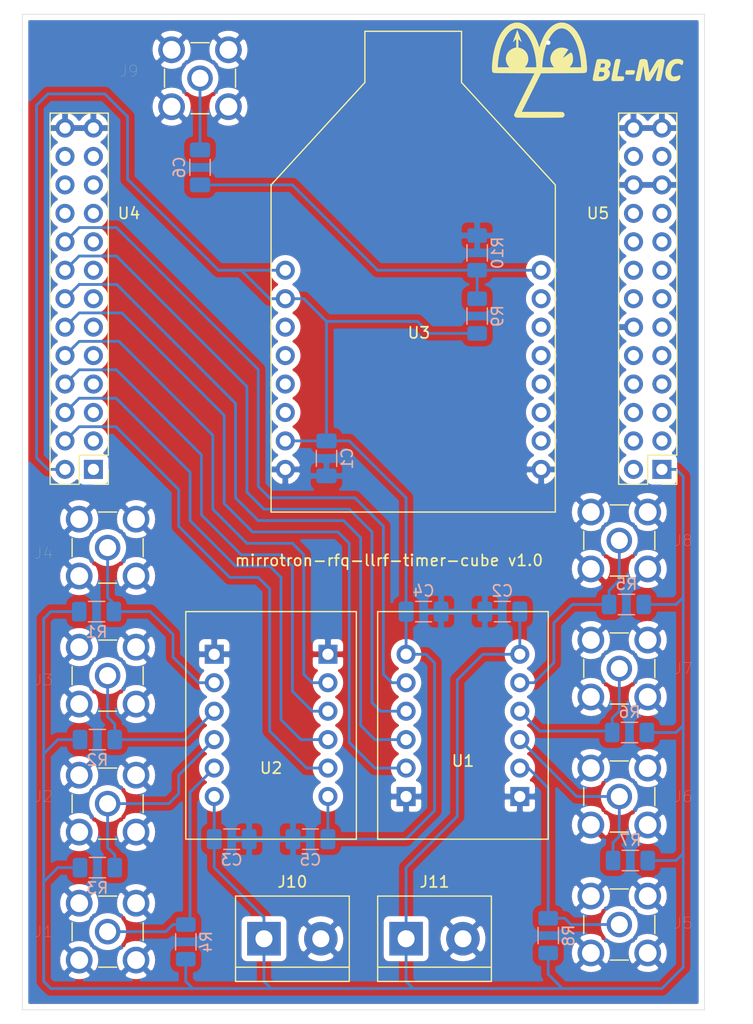
<source format=kicad_pcb>
(kicad_pcb (version 20171130) (host pcbnew 5.1.12-84ad8e8a86~92~ubuntu20.04.1)
  (layers (0 F.Cu signal) (31 B.Cu signal) (34 B.Paste user) (35 F.Paste user) (36 B.SilkS user) (37 F.SilkS user) (38 B.Mask user) (39 F.Mask user) (44 Edge.Cuts user))
  (net 0 "")
  (net 1 +3V3)
  (net 2 GND)
  (net 3 +5V)
  (net 4 "Net-(C6-Pad2)")
  (net 5 "Net-(C6-Pad1)")
  (net 6 "Net-(J1-Pad1)")
  (net 7 "Net-(J2-Pad1)")
  (net 8 "Net-(J3-Pad1)")
  (net 9 "Net-(J4-Pad1)")
  (net 10 "Net-(J5-Pad1)")
  (net 11 "Net-(J6-Pad1)")
  (net 12 "Net-(J7-Pad1)")
  (net 13 "Net-(J8-Pad1)")
  (net 14 "Net-(U1-Pad5)")
  (net 15 "Net-(U1-Pad4)")
  (net 16 "Net-(U1-Pad3)")
  (net 17 "Net-(U1-Pad2)")
  (net 18 "Net-(U2-Pad5)")
  (net 19 "Net-(U2-Pad4)")
  (net 20 "Net-(U2-Pad3)")
  (net 21 "Net-(U2-Pad2)")
  (net 22 "Net-(U3-Pad13)")
  (net 23 "Net-(U3-Pad14)")
  (net 24 "Net-(U3-Pad12)")
  (net 25 "Net-(U3-Pad11)")
  (net 26 "Net-(U3-Pad5)")
  (net 27 "Net-(U3-Pad7)")
  (net 28 "Net-(U3-Pad6)")
  (net 29 "Net-(U3-Pad4)")
  (net 30 "Net-(U3-Pad2)")
  (net 31 "Net-(U3-Pad3)")
  (net 32 "Net-(U4-Pad1)")
  (net 33 "Net-(U4-Pad3)")
  (net 34 "Net-(U4-Pad5)")
  (net 35 "Net-(U4-Pad7)")
  (net 36 "Net-(U4-Pad9)")
  (net 37 "Net-(U4-Pad11)")
  (net 38 "Net-(U4-Pad13)")
  (net 39 "Net-(U4-Pad15)")
  (net 40 "Net-(U4-Pad17)")
  (net 41 "Net-(U4-Pad19)")
  (net 42 "Net-(U4-Pad20)")
  (net 43 "Net-(U4-Pad21)")
  (net 44 "Net-(U4-Pad22)")
  (net 45 "Net-(U4-Pad23)")
  (net 46 "Net-(U4-Pad24)")
  (net 47 "Net-(U5-Pad2)")
  (net 48 "Net-(U5-Pad3)")
  (net 49 "Net-(U5-Pad4)")
  (net 50 "Net-(U5-Pad5)")
  (net 51 "Net-(U5-Pad6)")
  (net 52 "Net-(U5-Pad7)")
  (net 53 "Net-(U5-Pad8)")
  (net 54 "Net-(U5-Pad9)")
  (net 55 "Net-(U5-Pad10)")
  (net 56 "Net-(U5-Pad11)")
  (net 57 "Net-(U5-Pad13)")
  (net 58 "Net-(U5-Pad14)")
  (net 59 "Net-(U5-Pad15)")
  (net 60 "Net-(U5-Pad16)")
  (net 61 "Net-(U5-Pad17)")
  (net 62 "Net-(U5-Pad18)")
  (net 63 "Net-(U5-Pad19)")
  (net 64 "Net-(U5-Pad20)")
  (net 65 "Net-(U5-Pad23)")
  (net 66 "Net-(U5-Pad24)")
  (module dmcginnis427Footprints:blmcLogo (layer F.Cu) (at 196.596 38.1)
    (fp_text reference G*** hide)
    (fp_text value LOGO hide)
  )
  (module pll-click:pll-click (layer F.Cu) (at 192.405 73.66)
    (fp_text reference U3 (at -10.922 -12.192) (layer F.SilkS))
    (fp_text value pll-click)
    (pad 13 thru_hole oval (at -22.86 -7.62) (size 1.7 1.7) (drill 1) (layers *.Cu *.Mask) (net 22 "Net-(U3-Pad13)"))
    (pad 15 thru_hole oval (at -22.86 -2.54) (size 1.7 1.7) (drill 1) (layers *.Cu *.Mask) (net 1 +3V3))
    (pad 14 thru_hole oval (at -22.86 -5.08) (size 1.7 1.7) (drill 1) (layers *.Cu *.Mask) (net 23 "Net-(U3-Pad14)"))
    (pad 12 thru_hole oval (at -22.86 -10.16) (size 1.7 1.7) (drill 1) (layers *.Cu *.Mask) (net 24 "Net-(U3-Pad12)"))
    (pad 16 thru_hole oval (at -22.86 0) (size 1.7 1.7) (drill 1) (layers *.Cu *.Mask) (net 2 GND))
    (pad 9 thru_hole oval (at -22.86 -17.78) (size 1.7 1.7) (drill 1) (layers *.Cu *.Mask) (net 1 +3V3))
    (pad 10 thru_hole oval (at -22.86 -15.24) (size 1.7 1.7) (drill 1) (layers *.Cu *.Mask) (net 1 +3V3))
    (pad 11 thru_hole oval (at -22.86 -12.7) (size 1.7 1.7) (drill 1) (layers *.Cu *.Mask) (net 25 "Net-(U3-Pad11)"))
    (pad 5 thru_hole oval (at 0 -10.16 180) (size 1.7 1.7) (drill 1) (layers *.Cu *.Mask) (net 26 "Net-(U3-Pad5)"))
    (pad 7 thru_hole oval (at 0 -15.24 180) (size 1.7 1.7) (drill 1) (layers *.Cu *.Mask) (net 27 "Net-(U3-Pad7)"))
    (pad 6 thru_hole oval (at 0 -12.7 180) (size 1.7 1.7) (drill 1) (layers *.Cu *.Mask) (net 28 "Net-(U3-Pad6)"))
    (pad 4 thru_hole oval (at 0 -7.62 180) (size 1.7 1.7) (drill 1) (layers *.Cu *.Mask) (net 29 "Net-(U3-Pad4)"))
    (pad 8 thru_hole oval (at 0 -17.78 180) (size 1.7 1.7) (drill 1) (layers *.Cu *.Mask) (net 4 "Net-(C6-Pad2)"))
    (pad 1 thru_hole oval (at 0 0 180) (size 1.7 1.7) (drill 1) (layers *.Cu *.Mask) (net 2 GND))
    (pad 2 thru_hole oval (at 0 -2.54 180) (size 1.7 1.7) (drill 1) (layers *.Cu *.Mask) (net 30 "Net-(U3-Pad2)"))
    (pad 3 thru_hole oval (at 0 -5.08 180) (size 1.7 1.7) (drill 1) (layers *.Cu *.Mask) (net 31 "Net-(U3-Pad3)"))
  )
  (module Resistor_SMD:R_1206_3216Metric_Pad1.30x1.75mm_HandSolder (layer B.Cu) (at 186.69 59.97 90)
    (fp_text reference R9 (at 0 1.82 90) (layer B.SilkS) (effects (justify mirror)))
    (fp_text value 100)
    (pad 2 smd roundrect (at 1.55 0 90) (size 1.3 1.75) (layers B.Cu B.Paste B.Mask) (roundrect_rratio 0.192308) (net 4 "Net-(C6-Pad2)"))
    (pad 1 smd roundrect (at -1.55 0 90) (size 1.3 1.75) (layers B.Cu B.Paste B.Mask) (roundrect_rratio 0.192308) (net 1 +3V3))
  )
  (module Resistor_SMD:R_1206_3216Metric_Pad1.30x1.75mm_HandSolder (layer B.Cu) (at 152.755 97.79)
    (fp_text reference R2 (at 0 1.82) (layer B.SilkS) (effects (justify mirror)))
    (fp_text value 1k)
    (pad 2 smd roundrect (at 1.55 0) (size 1.3 1.75) (layers B.Cu B.Paste B.Mask) (roundrect_rratio 0.192308) (net 8 "Net-(J3-Pad1)"))
    (pad 1 smd roundrect (at -1.55 0) (size 1.3 1.75) (layers B.Cu B.Paste B.Mask) (roundrect_rratio 0.192308) (net 3 +5V))
  )
  (module redPitaya:red-pitaya-extender (layer F.Cu) (at 203.2 73.66 180)
    (fp_text reference U5 (at 5.715 22.86) (layer F.SilkS))
    (fp_text value stem-125-14-E2)
    (pad 1 thru_hole rect (at 0 0 180) (size 1.7 1.7) (drill 1) (layers *.Cu *.Mask) (net 3 +5V))
    (pad 2 thru_hole oval (at 2.54 0 180) (size 1.7 1.7) (drill 1) (layers *.Cu *.Mask) (net 47 "Net-(U5-Pad2)"))
    (pad 3 thru_hole oval (at 0 2.54 180) (size 1.7 1.7) (drill 1) (layers *.Cu *.Mask) (net 48 "Net-(U5-Pad3)"))
    (pad 4 thru_hole oval (at 2.54 2.54 180) (size 1.7 1.7) (drill 1) (layers *.Cu *.Mask) (net 49 "Net-(U5-Pad4)"))
    (pad 5 thru_hole oval (at 0 5.08 180) (size 1.7 1.7) (drill 1) (layers *.Cu *.Mask) (net 50 "Net-(U5-Pad5)"))
    (pad 6 thru_hole oval (at 2.54 5.08 180) (size 1.7 1.7) (drill 1) (layers *.Cu *.Mask) (net 51 "Net-(U5-Pad6)"))
    (pad 7 thru_hole oval (at 0 7.62 180) (size 1.7 1.7) (drill 1) (layers *.Cu *.Mask) (net 52 "Net-(U5-Pad7)"))
    (pad 8 thru_hole oval (at 2.54 7.62 180) (size 1.7 1.7) (drill 1) (layers *.Cu *.Mask) (net 53 "Net-(U5-Pad8)"))
    (pad 9 thru_hole oval (at 0 10.16 180) (size 1.7 1.7) (drill 1) (layers *.Cu *.Mask) (net 54 "Net-(U5-Pad9)"))
    (pad 10 thru_hole oval (at 2.54 10.16 180) (size 1.7 1.7) (drill 1) (layers *.Cu *.Mask) (net 55 "Net-(U5-Pad10)"))
    (pad 11 thru_hole oval (at 0 12.7 180) (size 1.7 1.7) (drill 1) (layers *.Cu *.Mask) (net 56 "Net-(U5-Pad11)"))
    (pad 12 thru_hole oval (at 2.54 12.7 180) (size 1.7 1.7) (drill 1) (layers *.Cu *.Mask) (net 2 GND))
    (pad 13 thru_hole oval (at 0 15.24 180) (size 1.7 1.7) (drill 1) (layers *.Cu *.Mask) (net 57 "Net-(U5-Pad13)"))
    (pad 14 thru_hole oval (at 2.54 15.24 180) (size 1.7 1.7) (drill 1) (layers *.Cu *.Mask) (net 58 "Net-(U5-Pad14)"))
    (pad 15 thru_hole oval (at 0 17.78 180) (size 1.7 1.7) (drill 1) (layers *.Cu *.Mask) (net 59 "Net-(U5-Pad15)"))
    (pad 16 thru_hole oval (at 2.54 17.78 180) (size 1.7 1.7) (drill 1) (layers *.Cu *.Mask) (net 60 "Net-(U5-Pad16)"))
    (pad 17 thru_hole oval (at 0 20.32 180) (size 1.7 1.7) (drill 1) (layers *.Cu *.Mask) (net 61 "Net-(U5-Pad17)"))
    (pad 18 thru_hole oval (at 2.54 20.32 180) (size 1.7 1.7) (drill 1) (layers *.Cu *.Mask) (net 62 "Net-(U5-Pad18)"))
    (pad 19 thru_hole oval (at 0 22.86 180) (size 1.7 1.7) (drill 1) (layers *.Cu *.Mask) (net 63 "Net-(U5-Pad19)"))
    (pad 20 thru_hole oval (at 2.54 22.86 180) (size 1.7 1.7) (drill 1) (layers *.Cu *.Mask) (net 64 "Net-(U5-Pad20)"))
    (pad 21 thru_hole oval (at 0 25.4 180) (size 1.7 1.7) (drill 1) (layers *.Cu *.Mask) (net 2 GND))
    (pad 22 thru_hole oval (at 2.54 25.4 180) (size 1.7 1.7) (drill 1) (layers *.Cu *.Mask) (net 2 GND))
    (pad 23 thru_hole oval (at 0 27.94 180) (size 1.7 1.7) (drill 1) (layers *.Cu *.Mask) (net 65 "Net-(U5-Pad23)"))
    (pad 24 thru_hole oval (at 2.54 27.94 180) (size 1.7 1.7) (drill 1) (layers *.Cu *.Mask) (net 66 "Net-(U5-Pad24)"))
    (pad 25 thru_hole oval (at 0 30.48 180) (size 1.7 1.7) (drill 1) (layers *.Cu *.Mask) (net 2 GND))
    (pad 26 thru_hole oval (at 2.54 30.48 180) (size 1.7 1.7) (drill 1) (layers *.Cu *.Mask) (net 2 GND))
  )
  (module redPitaya:red-pitaya-extender (layer F.Cu) (at 152.4 73.66 180)
    (fp_text reference U4 (at -3.175 22.86) (layer F.SilkS))
    (fp_text value stem-125-14-E1)
    (pad 1 thru_hole rect (at 0 0 180) (size 1.7 1.7) (drill 1) (layers *.Cu *.Mask) (net 32 "Net-(U4-Pad1)"))
    (pad 2 thru_hole oval (at 2.54 0 180) (size 1.7 1.7) (drill 1) (layers *.Cu *.Mask) (net 1 +3V3))
    (pad 3 thru_hole oval (at 0 2.54 180) (size 1.7 1.7) (drill 1) (layers *.Cu *.Mask) (net 33 "Net-(U4-Pad3)"))
    (pad 4 thru_hole oval (at 2.54 2.54 180) (size 1.7 1.7) (drill 1) (layers *.Cu *.Mask) (net 21 "Net-(U2-Pad2)"))
    (pad 5 thru_hole oval (at 0 5.08 180) (size 1.7 1.7) (drill 1) (layers *.Cu *.Mask) (net 34 "Net-(U4-Pad5)"))
    (pad 6 thru_hole oval (at 2.54 5.08 180) (size 1.7 1.7) (drill 1) (layers *.Cu *.Mask) (net 20 "Net-(U2-Pad3)"))
    (pad 7 thru_hole oval (at 0 7.62 180) (size 1.7 1.7) (drill 1) (layers *.Cu *.Mask) (net 35 "Net-(U4-Pad7)"))
    (pad 8 thru_hole oval (at 2.54 7.62 180) (size 1.7 1.7) (drill 1) (layers *.Cu *.Mask) (net 19 "Net-(U2-Pad4)"))
    (pad 9 thru_hole oval (at 0 10.16 180) (size 1.7 1.7) (drill 1) (layers *.Cu *.Mask) (net 36 "Net-(U4-Pad9)"))
    (pad 10 thru_hole oval (at 2.54 10.16 180) (size 1.7 1.7) (drill 1) (layers *.Cu *.Mask) (net 18 "Net-(U2-Pad5)"))
    (pad 11 thru_hole oval (at 0 12.7 180) (size 1.7 1.7) (drill 1) (layers *.Cu *.Mask) (net 37 "Net-(U4-Pad11)"))
    (pad 12 thru_hole oval (at 2.54 12.7 180) (size 1.7 1.7) (drill 1) (layers *.Cu *.Mask) (net 14 "Net-(U1-Pad5)"))
    (pad 13 thru_hole oval (at 0 15.24 180) (size 1.7 1.7) (drill 1) (layers *.Cu *.Mask) (net 38 "Net-(U4-Pad13)"))
    (pad 14 thru_hole oval (at 2.54 15.24 180) (size 1.7 1.7) (drill 1) (layers *.Cu *.Mask) (net 15 "Net-(U1-Pad4)"))
    (pad 15 thru_hole oval (at 0 17.78 180) (size 1.7 1.7) (drill 1) (layers *.Cu *.Mask) (net 39 "Net-(U4-Pad15)"))
    (pad 16 thru_hole oval (at 2.54 17.78 180) (size 1.7 1.7) (drill 1) (layers *.Cu *.Mask) (net 16 "Net-(U1-Pad3)"))
    (pad 17 thru_hole oval (at 0 20.32 180) (size 1.7 1.7) (drill 1) (layers *.Cu *.Mask) (net 40 "Net-(U4-Pad17)"))
    (pad 18 thru_hole oval (at 2.54 20.32 180) (size 1.7 1.7) (drill 1) (layers *.Cu *.Mask) (net 17 "Net-(U1-Pad2)"))
    (pad 19 thru_hole oval (at 0 22.86 180) (size 1.7 1.7) (drill 1) (layers *.Cu *.Mask) (net 41 "Net-(U4-Pad19)"))
    (pad 20 thru_hole oval (at 2.54 22.86 180) (size 1.7 1.7) (drill 1) (layers *.Cu *.Mask) (net 42 "Net-(U4-Pad20)"))
    (pad 21 thru_hole oval (at 0 25.4 180) (size 1.7 1.7) (drill 1) (layers *.Cu *.Mask) (net 43 "Net-(U4-Pad21)"))
    (pad 22 thru_hole oval (at 2.54 25.4 180) (size 1.7 1.7) (drill 1) (layers *.Cu *.Mask) (net 44 "Net-(U4-Pad22)"))
    (pad 23 thru_hole oval (at 0 27.94 180) (size 1.7 1.7) (drill 1) (layers *.Cu *.Mask) (net 45 "Net-(U4-Pad23)"))
    (pad 24 thru_hole oval (at 2.54 27.94 180) (size 1.7 1.7) (drill 1) (layers *.Cu *.Mask) (net 46 "Net-(U4-Pad24)"))
    (pad 25 thru_hole oval (at 0 30.48 180) (size 1.7 1.7) (drill 1) (layers *.Cu *.Mask) (net 2 GND))
    (pad 26 thru_hole oval (at 2.54 30.48 180) (size 1.7 1.7) (drill 1) (layers *.Cu *.Mask) (net 2 GND))
  )
  (module EK-level-shifter:EK-level-shifter (layer F.Cu) (at 173.355 102.87 180)
    (fp_text reference U2 (at 5.08 2.54) (layer F.SilkS))
    (fp_text value EK-level-shifter)
    (pad 5 thru_hole oval (at 0 10.16) (size 1.7 1.7) (drill 1) (layers *.Cu *.Mask) (net 18 "Net-(U2-Pad5)"))
    (pad 4 thru_hole oval (at 0 7.62) (size 1.7 1.7) (drill 1) (layers *.Cu *.Mask) (net 19 "Net-(U2-Pad4)"))
    (pad 6 thru_hole rect (at 0 12.7) (size 1.7 1.7) (drill 1) (layers *.Cu *.Mask) (net 2 GND))
    (pad 3 thru_hole oval (at 0 5.08) (size 1.7 1.7) (drill 1) (layers *.Cu *.Mask) (net 20 "Net-(U2-Pad3)"))
    (pad 2 thru_hole oval (at 0 2.54) (size 1.7 1.7) (drill 1) (layers *.Cu *.Mask) (net 21 "Net-(U2-Pad2)"))
    (pad 1 thru_hole oval (at 0 0) (size 1.7 1.7) (drill 1) (layers *.Cu *.Mask) (net 1 +3V3))
    (pad 10 thru_hole oval (at 10.16 5.08) (size 1.7 1.7) (drill 1) (layers *.Cu *.Mask) (net 7 "Net-(J2-Pad1)"))
    (pad 9 thru_hole oval (at 10.16 7.62) (size 1.7 1.7) (drill 1) (layers *.Cu *.Mask) (net 8 "Net-(J3-Pad1)"))
    (pad 11 thru_hole oval (at 10.16 2.54) (size 1.7 1.7) (drill 1) (layers *.Cu *.Mask) (net 6 "Net-(J1-Pad1)"))
    (pad 12 thru_hole oval (at 10.16 0) (size 1.7 1.7) (drill 1) (layers *.Cu *.Mask) (net 3 +5V))
    (pad 7 thru_hole rect (at 10.16 12.7) (size 1.7 1.7) (drill 1) (layers *.Cu *.Mask) (net 2 GND))
    (pad 8 thru_hole oval (at 10.16 10.16) (size 1.7 1.7) (drill 1) (layers *.Cu *.Mask) (net 9 "Net-(J4-Pad1)"))
  )
  (module EK-level-shifter:EK-level-shifter (layer F.Cu) (at 180.34 90.17)
    (fp_text reference U1 (at 5.08 9.525) (layer F.SilkS))
    (fp_text value EK-level-shifter)
    (pad 5 thru_hole oval (at 0 10.16 180) (size 1.7 1.7) (drill 1) (layers *.Cu *.Mask) (net 14 "Net-(U1-Pad5)"))
    (pad 4 thru_hole oval (at 0 7.62 180) (size 1.7 1.7) (drill 1) (layers *.Cu *.Mask) (net 15 "Net-(U1-Pad4)"))
    (pad 6 thru_hole rect (at 0 12.7 180) (size 1.7 1.7) (drill 1) (layers *.Cu *.Mask) (net 2 GND))
    (pad 3 thru_hole oval (at 0 5.08 180) (size 1.7 1.7) (drill 1) (layers *.Cu *.Mask) (net 16 "Net-(U1-Pad3)"))
    (pad 2 thru_hole oval (at 0 2.54 180) (size 1.7 1.7) (drill 1) (layers *.Cu *.Mask) (net 17 "Net-(U1-Pad2)"))
    (pad 1 thru_hole oval (at 0 0 180) (size 1.7 1.7) (drill 1) (layers *.Cu *.Mask) (net 1 +3V3))
    (pad 10 thru_hole oval (at 10.16 5.08 180) (size 1.7 1.7) (drill 1) (layers *.Cu *.Mask) (net 12 "Net-(J7-Pad1)"))
    (pad 9 thru_hole oval (at 10.16 7.62 180) (size 1.7 1.7) (drill 1) (layers *.Cu *.Mask) (net 11 "Net-(J6-Pad1)"))
    (pad 11 thru_hole oval (at 10.16 2.54 180) (size 1.7 1.7) (drill 1) (layers *.Cu *.Mask) (net 13 "Net-(J8-Pad1)"))
    (pad 12 thru_hole oval (at 10.16 0 180) (size 1.7 1.7) (drill 1) (layers *.Cu *.Mask) (net 3 +5V))
    (pad 7 thru_hole rect (at 10.16 12.7 180) (size 1.7 1.7) (drill 1) (layers *.Cu *.Mask) (net 2 GND))
    (pad 8 thru_hole oval (at 10.16 10.16 180) (size 1.7 1.7) (drill 1) (layers *.Cu *.Mask) (net 10 "Net-(J5-Pad1)"))
  )
  (module Resistor_SMD:R_1206_3216Metric_Pad1.30x1.75mm_HandSolder (layer B.Cu) (at 186.69 54.33 90)
    (fp_text reference R10 (at 0 1.82 90) (layer B.SilkS) (effects (justify mirror)))
    (fp_text value 100)
    (pad 2 smd roundrect (at 1.55 0 90) (size 1.3 1.75) (layers B.Cu B.Paste B.Mask) (roundrect_rratio 0.192308) (net 2 GND))
    (pad 1 smd roundrect (at -1.55 0 90) (size 1.3 1.75) (layers B.Cu B.Paste B.Mask) (roundrect_rratio 0.192308) (net 4 "Net-(C6-Pad2)"))
  )
  (module Resistor_SMD:R_1206_3216Metric_Pad1.30x1.75mm_HandSolder (layer B.Cu) (at 193.04 115.29 90)
    (fp_text reference R8 (at 0 1.82 90) (layer B.SilkS) (effects (justify mirror)))
    (fp_text value 1k)
    (pad 2 smd roundrect (at 1.55 0 90) (size 1.3 1.75) (layers B.Cu B.Paste B.Mask) (roundrect_rratio 0.192308) (net 10 "Net-(J5-Pad1)"))
    (pad 1 smd roundrect (at -1.55 0 90) (size 1.3 1.75) (layers B.Cu B.Paste B.Mask) (roundrect_rratio 0.192308) (net 3 +5V))
  )
  (module Resistor_SMD:R_1206_3216Metric_Pad1.30x1.75mm_HandSolder (layer B.Cu) (at 200.38 108.585 180)
    (fp_text reference R7 (at 0 1.82) (layer B.SilkS) (effects (justify mirror)))
    (fp_text value 1k)
    (pad 2 smd roundrect (at 1.55 0 180) (size 1.3 1.75) (layers B.Cu B.Paste B.Mask) (roundrect_rratio 0.192308) (net 11 "Net-(J6-Pad1)"))
    (pad 1 smd roundrect (at -1.55 0 180) (size 1.3 1.75) (layers B.Cu B.Paste B.Mask) (roundrect_rratio 0.192308) (net 3 +5V))
  )
  (module Resistor_SMD:R_1206_3216Metric_Pad1.30x1.75mm_HandSolder (layer B.Cu) (at 200.305 97.155 180)
    (fp_text reference R6 (at 0 1.82) (layer B.SilkS) (effects (justify mirror)))
    (fp_text value 1k)
    (pad 2 smd roundrect (at 1.55 0 180) (size 1.3 1.75) (layers B.Cu B.Paste B.Mask) (roundrect_rratio 0.192308) (net 12 "Net-(J7-Pad1)"))
    (pad 1 smd roundrect (at -1.55 0 180) (size 1.3 1.75) (layers B.Cu B.Paste B.Mask) (roundrect_rratio 0.192308) (net 3 +5V))
  )
  (module Resistor_SMD:R_1206_3216Metric_Pad1.30x1.75mm_HandSolder (layer B.Cu) (at 200.025 85.725 180)
    (fp_text reference R5 (at 0 1.82) (layer B.SilkS) (effects (justify mirror)))
    (fp_text value 1k)
    (pad 2 smd roundrect (at 1.55 0 180) (size 1.3 1.75) (layers B.Cu B.Paste B.Mask) (roundrect_rratio 0.192308) (net 13 "Net-(J8-Pad1)"))
    (pad 1 smd roundrect (at -1.55 0 180) (size 1.3 1.75) (layers B.Cu B.Paste B.Mask) (roundrect_rratio 0.192308) (net 3 +5V))
  )
  (module Resistor_SMD:R_1206_3216Metric_Pad1.30x1.75mm_HandSolder (layer B.Cu) (at 160.655 115.85 90)
    (fp_text reference R4 (at 0 1.82 90) (layer B.SilkS) (effects (justify mirror)))
    (fp_text value 1k)
    (pad 2 smd roundrect (at 1.55 0 90) (size 1.3 1.75) (layers B.Cu B.Paste B.Mask) (roundrect_rratio 0.192308) (net 6 "Net-(J1-Pad1)"))
    (pad 1 smd roundrect (at -1.55 0 90) (size 1.3 1.75) (layers B.Cu B.Paste B.Mask) (roundrect_rratio 0.192308) (net 3 +5V))
  )
  (module Resistor_SMD:R_1206_3216Metric_Pad1.30x1.75mm_HandSolder (layer B.Cu) (at 152.755 109.22)
    (fp_text reference R3 (at 0 1.82) (layer B.SilkS) (effects (justify mirror)))
    (fp_text value 1k)
    (pad 2 smd roundrect (at 1.55 0) (size 1.3 1.75) (layers B.Cu B.Paste B.Mask) (roundrect_rratio 0.192308) (net 7 "Net-(J2-Pad1)"))
    (pad 1 smd roundrect (at -1.55 0) (size 1.3 1.75) (layers B.Cu B.Paste B.Mask) (roundrect_rratio 0.192308) (net 3 +5V))
  )
  (module Resistor_SMD:R_1206_3216Metric_Pad1.30x1.75mm_HandSolder (layer B.Cu) (at 152.68 86.36)
    (fp_text reference R1 (at 0 1.82) (layer B.SilkS) (effects (justify mirror)))
    (fp_text value 1k)
    (pad 2 smd roundrect (at 1.55 0) (size 1.3 1.75) (layers B.Cu B.Paste B.Mask) (roundrect_rratio 0.192308) (net 9 "Net-(J4-Pad1)"))
    (pad 1 smd roundrect (at -1.55 0) (size 1.3 1.75) (layers B.Cu B.Paste B.Mask) (roundrect_rratio 0.192308) (net 3 +5V))
  )
  (module TerminalBlock:TerminalBlock_bornier-2_P5.08mm (layer F.Cu) (at 180.34 115.57)
    (fp_text reference J11 (at 2.54 -5.08) (layer F.SilkS))
    (fp_text value Screw_Terminal_01x02)
    (pad 2 thru_hole circle (at 5.08 0) (size 3 3) (drill 1.52) (layers *.Cu *.Mask) (net 2 GND))
    (pad 1 thru_hole rect (at 0 0) (size 3 3) (drill 1.52) (layers *.Cu *.Mask) (net 3 +5V))
  )
  (module TerminalBlock:TerminalBlock_bornier-2_P5.08mm (layer F.Cu) (at 167.64 115.57)
    (fp_text reference J10 (at 2.54 -5.08) (layer F.SilkS))
    (fp_text value Screw_Terminal_01x02)
    (pad 2 thru_hole circle (at 5.08 0) (size 3 3) (drill 1.52) (layers *.Cu *.Mask) (net 2 GND))
    (pad 1 thru_hole rect (at 0 0) (size 3 3) (drill 1.52) (layers *.Cu *.Mask) (net 3 +5V))
  )
  (module 2985-6004:AMPHENOL_2985-6004 (layer F.Cu) (at 161.925 38.735)
    (fp_text reference J9 (at -6.35 -0.635) (layer F.SilkS) (effects (font (thickness 0.015))))
    (fp_text value 2985-6004)
    (pad 1 thru_hole circle (at 0 0) (size 2.28 2.28) (drill 1.52) (layers *.Cu *.Mask) (net 5 "Net-(C6-Pad1)"))
    (pad S2 thru_hole circle (at 2.54 -2.54) (size 2.385 2.385) (drill 1.59) (layers *.Cu *.Mask) (net 2 GND))
    (pad S3 thru_hole circle (at 2.54 2.54) (size 2.385 2.385) (drill 1.59) (layers *.Cu *.Mask) (net 2 GND))
    (pad S4 thru_hole circle (at -2.54 2.54) (size 2.385 2.385) (drill 1.59) (layers *.Cu *.Mask) (net 2 GND))
    (pad S1 thru_hole circle (at -2.54 -2.54) (size 2.385 2.385) (drill 1.59) (layers *.Cu *.Mask) (net 2 GND))
  )
  (module 2985-6004:AMPHENOL_2985-6004 (layer F.Cu) (at 199.39 114.3)
    (fp_text reference J5 (at 5.715 -0.127) (layer F.SilkS) (effects (font (thickness 0.015))))
    (fp_text value 2985-6004)
    (pad 1 thru_hole circle (at 0 0) (size 2.28 2.28) (drill 1.52) (layers *.Cu *.Mask) (net 10 "Net-(J5-Pad1)"))
    (pad S2 thru_hole circle (at 2.54 -2.54) (size 2.385 2.385) (drill 1.59) (layers *.Cu *.Mask) (net 2 GND))
    (pad S3 thru_hole circle (at 2.54 2.54) (size 2.385 2.385) (drill 1.59) (layers *.Cu *.Mask) (net 2 GND))
    (pad S4 thru_hole circle (at -2.54 2.54) (size 2.385 2.385) (drill 1.59) (layers *.Cu *.Mask) (net 2 GND))
    (pad S1 thru_hole circle (at -2.54 -2.54) (size 2.385 2.385) (drill 1.59) (layers *.Cu *.Mask) (net 2 GND))
  )
  (module 2985-6004:AMPHENOL_2985-6004 (layer F.Cu) (at 199.39 102.87)
    (fp_text reference J6 (at 5.715 0) (layer F.SilkS) (effects (font (thickness 0.015))))
    (fp_text value 2985-6004)
    (pad 1 thru_hole circle (at 0 0) (size 2.28 2.28) (drill 1.52) (layers *.Cu *.Mask) (net 11 "Net-(J6-Pad1)"))
    (pad S2 thru_hole circle (at 2.54 -2.54) (size 2.385 2.385) (drill 1.59) (layers *.Cu *.Mask) (net 2 GND))
    (pad S3 thru_hole circle (at 2.54 2.54) (size 2.385 2.385) (drill 1.59) (layers *.Cu *.Mask) (net 2 GND))
    (pad S4 thru_hole circle (at -2.54 2.54) (size 2.385 2.385) (drill 1.59) (layers *.Cu *.Mask) (net 2 GND))
    (pad S1 thru_hole circle (at -2.54 -2.54) (size 2.385 2.385) (drill 1.59) (layers *.Cu *.Mask) (net 2 GND))
  )
  (module 2985-6004:AMPHENOL_2985-6004 (layer F.Cu) (at 199.39 91.44)
    (fp_text reference J7 (at 5.715 0) (layer F.SilkS) (effects (font (thickness 0.015))))
    (fp_text value 2985-6004)
    (pad 1 thru_hole circle (at 0 0) (size 2.28 2.28) (drill 1.52) (layers *.Cu *.Mask) (net 12 "Net-(J7-Pad1)"))
    (pad S2 thru_hole circle (at 2.54 -2.54) (size 2.385 2.385) (drill 1.59) (layers *.Cu *.Mask) (net 2 GND))
    (pad S3 thru_hole circle (at 2.54 2.54) (size 2.385 2.385) (drill 1.59) (layers *.Cu *.Mask) (net 2 GND))
    (pad S4 thru_hole circle (at -2.54 2.54) (size 2.385 2.385) (drill 1.59) (layers *.Cu *.Mask) (net 2 GND))
    (pad S1 thru_hole circle (at -2.54 -2.54) (size 2.385 2.385) (drill 1.59) (layers *.Cu *.Mask) (net 2 GND))
  )
  (module 2985-6004:AMPHENOL_2985-6004 (layer F.Cu) (at 199.39 80.01)
    (fp_text reference J8 (at 5.715 0) (layer F.SilkS) (effects (font (thickness 0.015))))
    (fp_text value 2985-6004)
    (pad 1 thru_hole circle (at 0 0) (size 2.28 2.28) (drill 1.52) (layers *.Cu *.Mask) (net 13 "Net-(J8-Pad1)"))
    (pad S2 thru_hole circle (at 2.54 -2.54) (size 2.385 2.385) (drill 1.59) (layers *.Cu *.Mask) (net 2 GND))
    (pad S3 thru_hole circle (at 2.54 2.54) (size 2.385 2.385) (drill 1.59) (layers *.Cu *.Mask) (net 2 GND))
    (pad S4 thru_hole circle (at -2.54 2.54) (size 2.385 2.385) (drill 1.59) (layers *.Cu *.Mask) (net 2 GND))
    (pad S1 thru_hole circle (at -2.54 -2.54) (size 2.385 2.385) (drill 1.59) (layers *.Cu *.Mask) (net 2 GND))
  )
  (module 2985-6004:AMPHENOL_2985-6004 (layer F.Cu) (at 153.67 114.935)
    (fp_text reference J1 (at -5.715 0) (layer F.SilkS) (effects (font (thickness 0.015))))
    (fp_text value 2985-6004)
    (pad 1 thru_hole circle (at 0 0) (size 2.28 2.28) (drill 1.52) (layers *.Cu *.Mask) (net 6 "Net-(J1-Pad1)"))
    (pad S2 thru_hole circle (at 2.54 -2.54) (size 2.385 2.385) (drill 1.59) (layers *.Cu *.Mask) (net 2 GND))
    (pad S3 thru_hole circle (at 2.54 2.54) (size 2.385 2.385) (drill 1.59) (layers *.Cu *.Mask) (net 2 GND))
    (pad S4 thru_hole circle (at -2.54 2.54) (size 2.385 2.385) (drill 1.59) (layers *.Cu *.Mask) (net 2 GND))
    (pad S1 thru_hole circle (at -2.54 -2.54) (size 2.385 2.385) (drill 1.59) (layers *.Cu *.Mask) (net 2 GND))
  )
  (module 2985-6004:AMPHENOL_2985-6004 (layer F.Cu) (at 153.67 103.505)
    (fp_text reference J2 (at -5.715 -0.635) (layer F.SilkS) (effects (font (thickness 0.015))))
    (fp_text value 2985-6004)
    (pad 1 thru_hole circle (at 0 0) (size 2.28 2.28) (drill 1.52) (layers *.Cu *.Mask) (net 7 "Net-(J2-Pad1)"))
    (pad S2 thru_hole circle (at 2.54 -2.54) (size 2.385 2.385) (drill 1.59) (layers *.Cu *.Mask) (net 2 GND))
    (pad S3 thru_hole circle (at 2.54 2.54) (size 2.385 2.385) (drill 1.59) (layers *.Cu *.Mask) (net 2 GND))
    (pad S4 thru_hole circle (at -2.54 2.54) (size 2.385 2.385) (drill 1.59) (layers *.Cu *.Mask) (net 2 GND))
    (pad S1 thru_hole circle (at -2.54 -2.54) (size 2.385 2.385) (drill 1.59) (layers *.Cu *.Mask) (net 2 GND))
  )
  (module 2985-6004:AMPHENOL_2985-6004 (layer F.Cu) (at 153.67 92.075)
    (fp_text reference J3 (at -5.715 0.381) (layer F.SilkS) (effects (font (thickness 0.015))))
    (fp_text value 2985-6004)
    (pad 1 thru_hole circle (at 0 0) (size 2.28 2.28) (drill 1.52) (layers *.Cu *.Mask) (net 8 "Net-(J3-Pad1)"))
    (pad S2 thru_hole circle (at 2.54 -2.54) (size 2.385 2.385) (drill 1.59) (layers *.Cu *.Mask) (net 2 GND))
    (pad S3 thru_hole circle (at 2.54 2.54) (size 2.385 2.385) (drill 1.59) (layers *.Cu *.Mask) (net 2 GND))
    (pad S4 thru_hole circle (at -2.54 2.54) (size 2.385 2.385) (drill 1.59) (layers *.Cu *.Mask) (net 2 GND))
    (pad S1 thru_hole circle (at -2.54 -2.54) (size 2.385 2.385) (drill 1.59) (layers *.Cu *.Mask) (net 2 GND))
  )
  (module 2985-6004:AMPHENOL_2985-6004 (layer F.Cu) (at 153.67 80.645)
    (fp_text reference J4 (at -5.715 0.508) (layer F.SilkS) (effects (font (thickness 0.015))))
    (fp_text value 2985-6004)
    (pad 1 thru_hole circle (at 0 0) (size 2.28 2.28) (drill 1.52) (layers *.Cu *.Mask) (net 9 "Net-(J4-Pad1)"))
    (pad S2 thru_hole circle (at 2.54 -2.54) (size 2.385 2.385) (drill 1.59) (layers *.Cu *.Mask) (net 2 GND))
    (pad S3 thru_hole circle (at 2.54 2.54) (size 2.385 2.385) (drill 1.59) (layers *.Cu *.Mask) (net 2 GND))
    (pad S4 thru_hole circle (at -2.54 2.54) (size 2.385 2.385) (drill 1.59) (layers *.Cu *.Mask) (net 2 GND))
    (pad S1 thru_hole circle (at -2.54 -2.54) (size 2.385 2.385) (drill 1.59) (layers *.Cu *.Mask) (net 2 GND))
  )
  (module Capacitor_SMD:C_1206_3216Metric_Pad1.33x1.80mm_HandSolder (layer B.Cu) (at 161.925 46.6975 270)
    (fp_text reference C6 (at 0 1.85 90) (layer B.SilkS) (effects (justify mirror)))
    (fp_text value 470nF)
    (pad 1 smd roundrect (at -1.5625 0 270) (size 1.325 1.8) (layers B.Cu B.Paste B.Mask) (roundrect_rratio 0.188679) (net 5 "Net-(C6-Pad1)"))
    (pad 2 smd roundrect (at 1.5625 0 270) (size 1.325 1.8) (layers B.Cu B.Paste B.Mask) (roundrect_rratio 0.188679) (net 4 "Net-(C6-Pad2)"))
  )
  (module Capacitor_SMD:C_1206_3216Metric_Pad1.33x1.80mm_HandSolder (layer B.Cu) (at 171.7925 106.68)
    (fp_text reference C5 (at 0 1.85) (layer B.SilkS) (effects (justify mirror)))
    (fp_text value 1uF)
    (pad 2 smd roundrect (at 1.5625 0) (size 1.325 1.8) (layers B.Cu B.Paste B.Mask) (roundrect_rratio 0.188679) (net 1 +3V3))
    (pad 1 smd roundrect (at -1.5625 0) (size 1.325 1.8) (layers B.Cu B.Paste B.Mask) (roundrect_rratio 0.188679) (net 2 GND))
  )
  (module Capacitor_SMD:C_1206_3216Metric_Pad1.33x1.80mm_HandSolder (layer B.Cu) (at 181.9025 86.36 180)
    (fp_text reference C4 (at 0 1.85) (layer B.SilkS) (effects (justify mirror)))
    (fp_text value 1uF)
    (pad 2 smd roundrect (at 1.5625 0 180) (size 1.325 1.8) (layers B.Cu B.Paste B.Mask) (roundrect_rratio 0.188679) (net 1 +3V3))
    (pad 1 smd roundrect (at -1.5625 0 180) (size 1.325 1.8) (layers B.Cu B.Paste B.Mask) (roundrect_rratio 0.188679) (net 2 GND))
  )
  (module Capacitor_SMD:C_1206_3216Metric_Pad1.33x1.80mm_HandSolder (layer B.Cu) (at 164.7575 106.68)
    (fp_text reference C3 (at 0 1.85) (layer B.SilkS) (effects (justify mirror)))
    (fp_text value 1uF)
    (pad 2 smd roundrect (at 1.5625 0) (size 1.325 1.8) (layers B.Cu B.Paste B.Mask) (roundrect_rratio 0.188679) (net 2 GND))
    (pad 1 smd roundrect (at -1.5625 0) (size 1.325 1.8) (layers B.Cu B.Paste B.Mask) (roundrect_rratio 0.188679) (net 3 +5V))
  )
  (module Capacitor_SMD:C_1206_3216Metric_Pad1.33x1.80mm_HandSolder (layer B.Cu) (at 188.9375 86.36 180)
    (fp_text reference C2 (at 0 1.85) (layer B.SilkS) (effects (justify mirror)))
    (fp_text value 1uF)
    (pad 2 smd roundrect (at 1.5625 0 180) (size 1.325 1.8) (layers B.Cu B.Paste B.Mask) (roundrect_rratio 0.188679) (net 2 GND))
    (pad 1 smd roundrect (at -1.5625 0 180) (size 1.325 1.8) (layers B.Cu B.Paste B.Mask) (roundrect_rratio 0.188679) (net 3 +5V))
  )
  (module Capacitor_SMD:C_1206_3216Metric_Pad1.33x1.80mm_HandSolder (layer B.Cu) (at 173.228 72.6825 90)
    (fp_text reference C1 (at 0 1.85 90) (layer B.SilkS) (effects (justify mirror)))
    (fp_text value 1uF)
    (pad 2 smd roundrect (at 1.5625 0 90) (size 1.325 1.8) (layers B.Cu B.Paste B.Mask) (roundrect_rratio 0.188679) (net 1 +3V3))
    (pad 1 smd roundrect (at -1.5625 0 90) (size 1.325 1.8) (layers B.Cu B.Paste B.Mask) (roundrect_rratio 0.188679) (net 2 GND))
  )
  (gr_text "mirrotron-rfq-llrf-timer-cube v1.0" (at 178.816 81.788) (layer F.SilkS) (effects (font (size 1 1))))
  (gr_line (start 146.05 121.92) (end 146.05 33.02) (layer Edge.Cuts) (width 0.05))
  (gr_line (start 207.01 121.92) (end 146.05 121.92) (layer Edge.Cuts) (width 0.05))
  (gr_line (start 207.01 33.02) (end 207.01 121.92) (layer Edge.Cuts) (width 0.05))
  (gr_line (start 146.05 33.02) (end 207.01 33.02) (layer Edge.Cuts) (width 0.05))
  (segment (start 173.355 106.68) (end 173.355 102.87) (width 0.25) (layer B.Cu) (net 1))
  (segment (start 148.336 73.66) (end 149.86 73.66) (width 0.25) (layer B.Cu) (net 1))
  (segment (start 147.32 72.644) (end 148.336 73.66) (width 0.25) (layer B.Cu) (net 1))
  (segment (start 153.416 40.132) (end 148.336 40.132) (width 0.25) (layer B.Cu) (net 1))
  (segment (start 155.448 42.164) (end 153.416 40.132) (width 0.25) (layer B.Cu) (net 1))
  (segment (start 147.32 41.148) (end 147.32 72.644) (width 0.25) (layer B.Cu) (net 1))
  (segment (start 155.448 47.752) (end 155.448 42.164) (width 0.25) (layer B.Cu) (net 1))
  (segment (start 148.336 40.132) (end 147.32 41.148) (width 0.25) (layer B.Cu) (net 1))
  (segment (start 163.576 55.88) (end 155.448 47.752) (width 0.25) (layer B.Cu) (net 1))
  (segment (start 169.545 58.42) (end 168.148 58.42) (width 0.25) (layer B.Cu) (net 1))
  (segment (start 165.608 55.88) (end 165.1 55.88) (width 0.25) (layer B.Cu) (net 1))
  (segment (start 168.148 58.42) (end 165.608 55.88) (width 0.25) (layer B.Cu) (net 1))
  (segment (start 165.1 55.88) (end 163.576 55.88) (width 0.25) (layer B.Cu) (net 1))
  (segment (start 169.545 55.88) (end 165.1 55.88) (width 0.25) (layer B.Cu) (net 1))
  (segment (start 169.545 58.42) (end 171.196 58.42) (width 0.25) (layer B.Cu) (net 1))
  (segment (start 173.228 60.452) (end 173.228 71.12) (width 0.25) (layer B.Cu) (net 1))
  (segment (start 171.196 58.42) (end 173.228 60.452) (width 0.25) (layer B.Cu) (net 1))
  (segment (start 173.228 60.452) (end 181.356 60.452) (width 0.25) (layer B.Cu) (net 1))
  (segment (start 182.424 61.52) (end 186.69 61.52) (width 0.25) (layer B.Cu) (net 1))
  (segment (start 181.356 60.452) (end 182.424 61.52) (width 0.25) (layer B.Cu) (net 1))
  (segment (start 173.228 71.12) (end 169.545 71.12) (width 0.25) (layer B.Cu) (net 1))
  (segment (start 180.34 90.17) (end 180.34 86.36) (width 0.25) (layer B.Cu) (net 1))
  (segment (start 180.34 86.36) (end 180.34 76.2) (width 0.25) (layer B.Cu) (net 1))
  (segment (start 175.26 71.12) (end 173.228 71.12) (width 0.25) (layer B.Cu) (net 1))
  (segment (start 180.34 76.2) (end 175.26 71.12) (width 0.25) (layer B.Cu) (net 1))
  (segment (start 180.34 90.17) (end 182.118 90.17) (width 0.25) (layer B.Cu) (net 1))
  (segment (start 182.118 90.17) (end 182.88 90.932) (width 0.25) (layer B.Cu) (net 1))
  (segment (start 182.88 90.932) (end 182.88 104.14) (width 0.25) (layer B.Cu) (net 1))
  (segment (start 180.34 106.68) (end 173.355 106.68) (width 0.25) (layer B.Cu) (net 1))
  (segment (start 182.88 104.14) (end 180.34 106.68) (width 0.25) (layer B.Cu) (net 1))
  (via (at 193.04 35.56) (size 0.8) (drill 0.4) (layers F.Cu B.Cu) (net 2))
  (segment (start 203.2 73.66) (end 204.47 73.66) (width 0.25) (layer B.Cu) (net 3))
  (segment (start 204.47 73.66) (end 205.105 74.295) (width 0.25) (layer B.Cu) (net 3))
  (segment (start 205.105 118.11) (end 203.2 120.015) (width 0.25) (layer B.Cu) (net 3))
  (segment (start 203.2 120.015) (end 194.31 120.015) (width 0.25) (layer B.Cu) (net 3))
  (segment (start 193.04 118.745) (end 193.04 116.84) (width 0.25) (layer B.Cu) (net 3))
  (segment (start 194.31 120.015) (end 193.04 118.745) (width 0.25) (layer B.Cu) (net 3))
  (segment (start 204.47 108.585) (end 205.105 107.95) (width 0.25) (layer B.Cu) (net 3))
  (segment (start 201.93 108.585) (end 204.47 108.585) (width 0.25) (layer B.Cu) (net 3))
  (segment (start 205.105 107.95) (end 205.105 118.11) (width 0.25) (layer B.Cu) (net 3))
  (segment (start 201.855 97.155) (end 204.47 97.155) (width 0.25) (layer B.Cu) (net 3))
  (segment (start 204.47 97.155) (end 205.105 96.52) (width 0.25) (layer B.Cu) (net 3))
  (segment (start 205.105 96.52) (end 205.105 107.95) (width 0.25) (layer B.Cu) (net 3))
  (segment (start 201.575 85.725) (end 204.47 85.725) (width 0.25) (layer B.Cu) (net 3))
  (segment (start 205.105 85.09) (end 205.105 96.52) (width 0.25) (layer B.Cu) (net 3))
  (segment (start 204.47 85.725) (end 205.105 85.09) (width 0.25) (layer B.Cu) (net 3))
  (segment (start 205.105 74.295) (end 205.105 85.09) (width 0.25) (layer B.Cu) (net 3))
  (segment (start 148.59 86.36) (end 151.13 86.36) (width 0.25) (layer B.Cu) (net 3))
  (segment (start 147.955 86.995) (end 148.59 86.36) (width 0.25) (layer B.Cu) (net 3))
  (segment (start 148.59 120.015) (end 147.955 119.38) (width 0.25) (layer B.Cu) (net 3))
  (segment (start 147.955 99.06) (end 149.225 97.79) (width 0.25) (layer B.Cu) (net 3))
  (segment (start 147.955 99.06) (end 147.955 86.995) (width 0.25) (layer B.Cu) (net 3))
  (segment (start 149.225 97.79) (end 151.205 97.79) (width 0.25) (layer B.Cu) (net 3))
  (segment (start 149.225 109.22) (end 147.955 110.49) (width 0.25) (layer B.Cu) (net 3))
  (segment (start 151.205 109.22) (end 149.225 109.22) (width 0.25) (layer B.Cu) (net 3))
  (segment (start 147.955 110.49) (end 147.955 99.06) (width 0.25) (layer B.Cu) (net 3))
  (segment (start 147.955 119.38) (end 147.955 110.49) (width 0.25) (layer B.Cu) (net 3))
  (segment (start 160.655 119.38) (end 161.29 120.015) (width 0.25) (layer B.Cu) (net 3))
  (segment (start 160.655 117.4) (end 160.655 119.38) (width 0.25) (layer B.Cu) (net 3))
  (segment (start 161.29 120.015) (end 148.59 120.015) (width 0.25) (layer B.Cu) (net 3))
  (segment (start 167.64 119.38) (end 168.275 120.015) (width 0.25) (layer B.Cu) (net 3))
  (segment (start 167.64 115.57) (end 167.64 119.38) (width 0.25) (layer B.Cu) (net 3))
  (segment (start 168.275 120.015) (end 161.29 120.015) (width 0.25) (layer B.Cu) (net 3))
  (segment (start 180.34 115.57) (end 180.34 119.38) (width 0.25) (layer B.Cu) (net 3))
  (segment (start 180.34 119.38) (end 180.975 120.015) (width 0.25) (layer B.Cu) (net 3))
  (segment (start 180.975 120.015) (end 168.275 120.015) (width 0.25) (layer B.Cu) (net 3))
  (segment (start 194.31 120.015) (end 180.975 120.015) (width 0.25) (layer B.Cu) (net 3))
  (segment (start 167.64 115.57) (end 167.64 113.665) (width 0.25) (layer B.Cu) (net 3))
  (segment (start 163.195 109.22) (end 163.195 106.68) (width 0.25) (layer B.Cu) (net 3))
  (segment (start 167.64 113.665) (end 163.195 109.22) (width 0.25) (layer B.Cu) (net 3))
  (segment (start 163.195 106.68) (end 163.195 102.87) (width 0.25) (layer B.Cu) (net 3))
  (segment (start 190.5 90.17) (end 190.5 86.36) (width 0.25) (layer B.Cu) (net 3))
  (segment (start 180.34 115.57) (end 180.34 109.22) (width 0.25) (layer B.Cu) (net 3))
  (segment (start 180.34 109.22) (end 184.912 104.648) (width 0.25) (layer B.Cu) (net 3))
  (segment (start 184.912 104.648) (end 184.912 92.456) (width 0.25) (layer B.Cu) (net 3))
  (segment (start 187.198 90.17) (end 190.5 90.17) (width 0.25) (layer B.Cu) (net 3))
  (segment (start 184.912 92.456) (end 187.198 90.17) (width 0.25) (layer B.Cu) (net 3))
  (segment (start 186.69 58.42) (end 186.69 55.88) (width 0.25) (layer B.Cu) (net 4))
  (segment (start 186.69 55.88) (end 192.405 55.88) (width 0.25) (layer B.Cu) (net 4))
  (segment (start 186.69 55.88) (end 177.8 55.88) (width 0.25) (layer B.Cu) (net 4))
  (segment (start 170.18 48.26) (end 161.925 48.26) (width 0.25) (layer B.Cu) (net 4))
  (segment (start 177.8 55.88) (end 170.18 48.26) (width 0.25) (layer B.Cu) (net 4))
  (segment (start 161.925 38.735) (end 161.925 45.135) (width 0.25) (layer B.Cu) (net 5))
  (segment (start 163.195 100.33) (end 161.036 102.489) (width 0.25) (layer B.Cu) (net 6))
  (segment (start 161.036 113.919) (end 160.655 114.3) (width 0.25) (layer B.Cu) (net 6))
  (segment (start 161.036 102.489) (end 161.036 113.919) (width 0.25) (layer B.Cu) (net 6))
  (segment (start 160.655 114.3) (end 159.512 114.3) (width 0.25) (layer B.Cu) (net 6))
  (segment (start 158.877 114.935) (end 153.67 114.935) (width 0.25) (layer B.Cu) (net 6))
  (segment (start 159.512 114.3) (end 158.877 114.935) (width 0.25) (layer B.Cu) (net 6))
  (segment (start 163.195 97.79) (end 160.02 100.965) (width 0.25) (layer B.Cu) (net 7))
  (segment (start 160.02 100.965) (end 160.02 102.616) (width 0.25) (layer B.Cu) (net 7))
  (segment (start 159.131 103.505) (end 153.67 103.505) (width 0.25) (layer B.Cu) (net 7))
  (segment (start 160.02 102.616) (end 159.131 103.505) (width 0.25) (layer B.Cu) (net 7))
  (segment (start 154.305 109.22) (end 154.305 108.077) (width 0.25) (layer B.Cu) (net 7))
  (segment (start 153.67 107.442) (end 153.67 103.505) (width 0.25) (layer B.Cu) (net 7))
  (segment (start 154.305 108.077) (end 153.67 107.442) (width 0.25) (layer B.Cu) (net 7))
  (segment (start 160.655 97.79) (end 154.305 97.79) (width 0.25) (layer B.Cu) (net 8))
  (segment (start 163.195 95.25) (end 160.655 97.79) (width 0.25) (layer B.Cu) (net 8))
  (segment (start 154.305 97.79) (end 154.305 96.393) (width 0.25) (layer B.Cu) (net 8))
  (segment (start 153.67 95.758) (end 153.67 92.075) (width 0.25) (layer B.Cu) (net 8))
  (segment (start 154.305 96.393) (end 153.67 95.758) (width 0.25) (layer B.Cu) (net 8))
  (segment (start 163.195 92.71) (end 161.798 92.71) (width 0.25) (layer B.Cu) (net 9))
  (segment (start 161.798 92.71) (end 159.512 90.424) (width 0.25) (layer B.Cu) (net 9))
  (segment (start 159.512 90.424) (end 159.512 88.392) (width 0.25) (layer B.Cu) (net 9))
  (segment (start 157.48 86.36) (end 154.23 86.36) (width 0.25) (layer B.Cu) (net 9))
  (segment (start 159.512 88.392) (end 157.48 86.36) (width 0.25) (layer B.Cu) (net 9))
  (segment (start 154.23 86.36) (end 154.23 85.65) (width 0.25) (layer B.Cu) (net 9))
  (segment (start 153.67 85.09) (end 153.67 80.645) (width 0.25) (layer B.Cu) (net 9))
  (segment (start 154.23 85.65) (end 153.67 85.09) (width 0.25) (layer B.Cu) (net 9))
  (segment (start 190.5 100.33) (end 191.262 100.33) (width 0.25) (layer B.Cu) (net 10))
  (segment (start 193.04 102.108) (end 193.04 113.74) (width 0.25) (layer B.Cu) (net 10))
  (segment (start 191.262 100.33) (end 193.04 102.108) (width 0.25) (layer B.Cu) (net 10))
  (segment (start 193.04 113.74) (end 194.512 113.74) (width 0.25) (layer B.Cu) (net 10))
  (segment (start 195.072 114.3) (end 199.39 114.3) (width 0.25) (layer B.Cu) (net 10))
  (segment (start 194.512 113.74) (end 195.072 114.3) (width 0.25) (layer B.Cu) (net 10))
  (segment (start 190.5 97.79) (end 194.056 101.346) (width 0.25) (layer B.Cu) (net 11))
  (segment (start 195.58 102.87) (end 194.056 101.346) (width 0.25) (layer B.Cu) (net 11))
  (segment (start 199.39 102.87) (end 195.58 102.87) (width 0.25) (layer B.Cu) (net 11))
  (segment (start 198.83 108.585) (end 198.83 106.986) (width 0.25) (layer B.Cu) (net 11))
  (segment (start 199.39 106.426) (end 199.39 102.87) (width 0.25) (layer B.Cu) (net 11))
  (segment (start 198.83 106.986) (end 199.39 106.426) (width 0.25) (layer B.Cu) (net 11))
  (segment (start 190.5 95.25) (end 192.278 97.028) (width 0.25) (layer B.Cu) (net 12))
  (segment (start 198.628 97.028) (end 198.755 97.155) (width 0.25) (layer B.Cu) (net 12))
  (segment (start 192.278 97.028) (end 198.628 97.028) (width 0.25) (layer B.Cu) (net 12))
  (segment (start 198.755 97.155) (end 198.755 95.885) (width 0.25) (layer B.Cu) (net 12))
  (segment (start 199.39 95.25) (end 199.39 91.44) (width 0.25) (layer B.Cu) (net 12))
  (segment (start 198.755 95.885) (end 199.39 95.25) (width 0.25) (layer B.Cu) (net 12))
  (segment (start 190.5 92.71) (end 191.77 92.71) (width 0.25) (layer B.Cu) (net 13))
  (segment (start 191.77 92.71) (end 193.548 90.932) (width 0.25) (layer B.Cu) (net 13))
  (segment (start 193.548 90.932) (end 193.548 87.376) (width 0.25) (layer B.Cu) (net 13))
  (segment (start 195.199 85.725) (end 198.475 85.725) (width 0.25) (layer B.Cu) (net 13))
  (segment (start 193.548 87.376) (end 195.199 85.725) (width 0.25) (layer B.Cu) (net 13))
  (segment (start 198.475 85.725) (end 198.475 84.481) (width 0.25) (layer B.Cu) (net 13))
  (segment (start 199.39 83.566) (end 199.39 80.01) (width 0.25) (layer B.Cu) (net 13))
  (segment (start 198.475 84.481) (end 199.39 83.566) (width 0.25) (layer B.Cu) (net 13))
  (segment (start 151.13 59.69) (end 149.86 60.96) (width 0.25) (layer B.Cu) (net 14))
  (segment (start 154.94 59.69) (end 151.13 59.69) (width 0.25) (layer B.Cu) (net 14))
  (segment (start 164.084 76.708) (end 164.084 68.834) (width 0.25) (layer B.Cu) (net 14))
  (segment (start 166.624 79.248) (end 164.084 76.708) (width 0.25) (layer B.Cu) (net 14))
  (segment (start 174.244 79.248) (end 166.624 79.248) (width 0.25) (layer B.Cu) (net 14))
  (segment (start 164.084 68.834) (end 154.94 59.69) (width 0.25) (layer B.Cu) (net 14))
  (segment (start 175.26 80.264) (end 174.244 79.248) (width 0.25) (layer B.Cu) (net 14))
  (segment (start 175.26 98.044) (end 175.26 80.264) (width 0.25) (layer B.Cu) (net 14))
  (segment (start 177.546 100.33) (end 175.26 98.044) (width 0.25) (layer B.Cu) (net 14))
  (segment (start 180.34 100.33) (end 177.546 100.33) (width 0.25) (layer B.Cu) (net 14))
  (segment (start 151.13 57.15) (end 149.86 58.42) (width 0.25) (layer B.Cu) (net 15))
  (segment (start 154.4828 57.15) (end 151.13 57.15) (width 0.25) (layer B.Cu) (net 15))
  (segment (start 165.1 76.2) (end 165.1 67.7672) (width 0.25) (layer B.Cu) (net 15))
  (segment (start 174.752 78.232) (end 167.132 78.232) (width 0.25) (layer B.Cu) (net 15))
  (segment (start 176.276 79.756) (end 174.752 78.232) (width 0.25) (layer B.Cu) (net 15))
  (segment (start 165.1 67.7672) (end 154.4828 57.15) (width 0.25) (layer B.Cu) (net 15))
  (segment (start 176.276 96.52) (end 176.276 79.756) (width 0.25) (layer B.Cu) (net 15))
  (segment (start 177.546 97.79) (end 176.276 96.52) (width 0.25) (layer B.Cu) (net 15))
  (segment (start 167.132 78.232) (end 165.1 76.2) (width 0.25) (layer B.Cu) (net 15))
  (segment (start 180.34 97.79) (end 177.546 97.79) (width 0.25) (layer B.Cu) (net 15))
  (segment (start 151.13 54.61) (end 149.86 55.88) (width 0.25) (layer B.Cu) (net 16))
  (segment (start 154.4574 54.61) (end 151.13 54.61) (width 0.25) (layer B.Cu) (net 16))
  (segment (start 166.116 75.692) (end 166.116 66.2686) (width 0.25) (layer B.Cu) (net 16))
  (segment (start 167.64 77.216) (end 166.116 75.692) (width 0.25) (layer B.Cu) (net 16))
  (segment (start 175.26 77.216) (end 167.64 77.216) (width 0.25) (layer B.Cu) (net 16))
  (segment (start 166.116 66.2686) (end 154.4574 54.61) (width 0.25) (layer B.Cu) (net 16))
  (segment (start 177.292 79.248) (end 175.26 77.216) (width 0.25) (layer B.Cu) (net 16))
  (segment (start 177.292 94.488) (end 177.292 79.248) (width 0.25) (layer B.Cu) (net 16))
  (segment (start 178.054 95.25) (end 177.292 94.488) (width 0.25) (layer B.Cu) (net 16))
  (segment (start 180.34 95.25) (end 178.054 95.25) (width 0.25) (layer B.Cu) (net 16))
  (segment (start 151.13 52.07) (end 149.86 53.34) (width 0.25) (layer B.Cu) (net 17))
  (segment (start 167.132 75.184) (end 167.132 64.7446) (width 0.25) (layer B.Cu) (net 17))
  (segment (start 167.132 64.7446) (end 154.4574 52.07) (width 0.25) (layer B.Cu) (net 17))
  (segment (start 178.308 78.74) (end 175.768 76.2) (width 0.25) (layer B.Cu) (net 17))
  (segment (start 175.768 76.2) (end 168.148 76.2) (width 0.25) (layer B.Cu) (net 17))
  (segment (start 178.308 91.948) (end 178.308 78.74) (width 0.25) (layer B.Cu) (net 17))
  (segment (start 168.148 76.2) (end 167.132 75.184) (width 0.25) (layer B.Cu) (net 17))
  (segment (start 179.07 92.71) (end 178.308 91.948) (width 0.25) (layer B.Cu) (net 17))
  (segment (start 154.4574 52.07) (end 151.13 52.07) (width 0.25) (layer B.Cu) (net 17))
  (segment (start 180.34 92.71) (end 179.07 92.71) (width 0.25) (layer B.Cu) (net 17))
  (segment (start 151.13 62.23) (end 149.86 63.5) (width 0.25) (layer B.Cu) (net 18))
  (segment (start 163.068 70.612) (end 154.686 62.23) (width 0.25) (layer B.Cu) (net 18))
  (segment (start 166.116 80.264) (end 163.068 77.216) (width 0.25) (layer B.Cu) (net 18))
  (segment (start 170.18 80.264) (end 166.116 80.264) (width 0.25) (layer B.Cu) (net 18))
  (segment (start 171.196 81.28) (end 170.18 80.264) (width 0.25) (layer B.Cu) (net 18))
  (segment (start 171.196 91.948) (end 171.196 81.28) (width 0.25) (layer B.Cu) (net 18))
  (segment (start 163.068 77.216) (end 163.068 70.612) (width 0.25) (layer B.Cu) (net 18))
  (segment (start 171.958 92.71) (end 171.196 91.948) (width 0.25) (layer B.Cu) (net 18))
  (segment (start 154.686 62.23) (end 151.13 62.23) (width 0.25) (layer B.Cu) (net 18))
  (segment (start 173.355 92.71) (end 171.958 92.71) (width 0.25) (layer B.Cu) (net 18))
  (segment (start 151.13 64.77) (end 149.86 66.04) (width 0.25) (layer B.Cu) (net 19))
  (segment (start 154.4574 64.77) (end 151.13 64.77) (width 0.25) (layer B.Cu) (net 19))
  (segment (start 162.052 72.3646) (end 154.4574 64.77) (width 0.25) (layer B.Cu) (net 19))
  (segment (start 165.608 81.28) (end 162.052 77.724) (width 0.25) (layer B.Cu) (net 19))
  (segment (start 170.18 82.296) (end 169.164 81.28) (width 0.25) (layer B.Cu) (net 19))
  (segment (start 171.958 95.25) (end 170.18 93.472) (width 0.25) (layer B.Cu) (net 19))
  (segment (start 162.052 77.724) (end 162.052 72.3646) (width 0.25) (layer B.Cu) (net 19))
  (segment (start 169.164 81.28) (end 165.608 81.28) (width 0.25) (layer B.Cu) (net 19))
  (segment (start 170.18 93.472) (end 170.18 82.296) (width 0.25) (layer B.Cu) (net 19))
  (segment (start 173.355 95.25) (end 171.958 95.25) (width 0.25) (layer B.Cu) (net 19))
  (segment (start 161.036 73.914) (end 154.432 67.31) (width 0.25) (layer B.Cu) (net 20))
  (segment (start 165.1 82.296) (end 161.036 78.232) (width 0.25) (layer B.Cu) (net 20))
  (segment (start 154.432 67.31) (end 151.13 67.31) (width 0.25) (layer B.Cu) (net 20))
  (segment (start 168.148 82.296) (end 165.1 82.296) (width 0.25) (layer B.Cu) (net 20))
  (segment (start 169.164 83.312) (end 168.148 82.296) (width 0.25) (layer B.Cu) (net 20))
  (segment (start 151.13 67.31) (end 149.86 68.58) (width 0.25) (layer B.Cu) (net 20))
  (segment (start 169.164 96.012) (end 169.164 83.312) (width 0.25) (layer B.Cu) (net 20))
  (segment (start 161.036 78.232) (end 161.036 73.914) (width 0.25) (layer B.Cu) (net 20))
  (segment (start 170.942 97.79) (end 169.164 96.012) (width 0.25) (layer B.Cu) (net 20))
  (segment (start 173.355 97.79) (end 170.942 97.79) (width 0.25) (layer B.Cu) (net 20))
  (segment (start 151.13 69.85) (end 154.4066 69.85) (width 0.25) (layer B.Cu) (net 21))
  (segment (start 149.86 71.12) (end 151.13 69.85) (width 0.25) (layer B.Cu) (net 21))
  (segment (start 173.355 100.33) (end 171.45 100.33) (width 0.25) (layer B.Cu) (net 21))
  (segment (start 171.45 100.33) (end 168.148 97.028) (width 0.25) (layer B.Cu) (net 21))
  (segment (start 168.148 88.9) (end 168.148 84.328) (width 0.25) (layer B.Cu) (net 21))
  (segment (start 168.148 97.028) (end 168.148 88.9) (width 0.25) (layer B.Cu) (net 21))
  (segment (start 168.148 88.9) (end 168.148 88.392) (width 0.25) (layer B.Cu) (net 21))
  (segment (start 168.148 84.328) (end 167.132 83.312) (width 0.25) (layer B.Cu) (net 21))
  (segment (start 167.132 83.312) (end 164.592 83.312) (width 0.25) (layer B.Cu) (net 21))
  (segment (start 164.592 83.312) (end 160.02 78.74) (width 0.25) (layer B.Cu) (net 21))
  (segment (start 160.02 75.4634) (end 154.4066 69.85) (width 0.25) (layer B.Cu) (net 21))
  (segment (start 160.02 78.74) (end 160.02 75.4634) (width 0.25) (layer B.Cu) (net 21))
  (zone (net 2) (net_name GND) (layer F.Cu) (connect_pads (clearance 0.508)) (min_thickness 0.254) (fill yes (arc_segments 32) (thermal_gap 0.508) (thermal_bridge_width 0.508))
    (polygon (pts (xy 208.28 123.19) (xy 144.78 123.19) (xy 144.78 31.75) (xy 208.28 31.75)))
  )
  (zone (net 2) (net_name GND) (layer B.Cu) (connect_pads (clearance 0.508)) (min_thickness 0.254) (fill yes (arc_segments 32) (thermal_gap 0.508) (thermal_bridge_width 0.508))
    (polygon (pts (xy 208.28 123.19) (xy 144.78 123.19) (xy 144.78 31.75) (xy 208.28 31.75)))
  )
)
</source>
